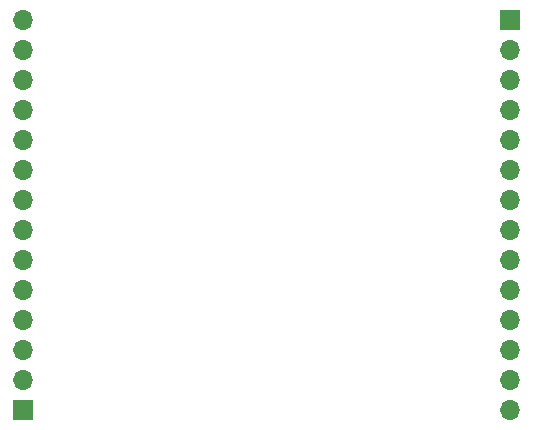
<source format=gbr>
%TF.GenerationSoftware,KiCad,Pcbnew,(5.1.9-0-10_14)*%
%TF.CreationDate,2021-07-27T12:59:24-05:00*%
%TF.ProjectId,castellated_breakout,63617374-656c-46c6-9174-65645f627265,rev?*%
%TF.SameCoordinates,Original*%
%TF.FileFunction,Copper,L2,Bot*%
%TF.FilePolarity,Positive*%
%FSLAX46Y46*%
G04 Gerber Fmt 4.6, Leading zero omitted, Abs format (unit mm)*
G04 Created by KiCad (PCBNEW (5.1.9-0-10_14)) date 2021-07-27 12:59:24*
%MOMM*%
%LPD*%
G01*
G04 APERTURE LIST*
%TA.AperFunction,ComponentPad*%
%ADD10O,1.700000X1.700000*%
%TD*%
%TA.AperFunction,ComponentPad*%
%ADD11R,1.700000X1.700000*%
%TD*%
G04 APERTURE END LIST*
D10*
%TO.P,J2,14*%
%TO.N,Net-(J2-Pad14)*%
X137795000Y-80010000D03*
%TO.P,J2,13*%
%TO.N,Net-(J2-Pad13)*%
X137795000Y-82550000D03*
%TO.P,J2,12*%
%TO.N,Net-(J2-Pad12)*%
X137795000Y-85090000D03*
%TO.P,J2,11*%
%TO.N,Net-(J2-Pad11)*%
X137795000Y-87630000D03*
%TO.P,J2,10*%
%TO.N,Net-(J2-Pad10)*%
X137795000Y-90170000D03*
%TO.P,J2,9*%
%TO.N,Net-(J2-Pad9)*%
X137795000Y-92710000D03*
%TO.P,J2,8*%
%TO.N,Net-(J2-Pad8)*%
X137795000Y-95250000D03*
%TO.P,J2,7*%
%TO.N,Net-(J2-Pad7)*%
X137795000Y-97790000D03*
%TO.P,J2,6*%
%TO.N,Net-(J2-Pad6)*%
X137795000Y-100330000D03*
%TO.P,J2,5*%
%TO.N,Net-(J2-Pad5)*%
X137795000Y-102870000D03*
%TO.P,J2,4*%
%TO.N,Net-(J2-Pad4)*%
X137795000Y-105410000D03*
%TO.P,J2,3*%
%TO.N,Net-(J2-Pad3)*%
X137795000Y-107950000D03*
%TO.P,J2,2*%
%TO.N,Net-(J2-Pad2)*%
X137795000Y-110490000D03*
D11*
%TO.P,J2,1*%
%TO.N,Net-(J2-Pad1)*%
X137795000Y-113030000D03*
%TD*%
D10*
%TO.P,J1,14*%
%TO.N,Net-(J1-Pad14)*%
X179070000Y-113030000D03*
%TO.P,J1,13*%
%TO.N,Net-(J1-Pad13)*%
X179070000Y-110490000D03*
%TO.P,J1,12*%
%TO.N,Net-(J1-Pad12)*%
X179070000Y-107950000D03*
%TO.P,J1,11*%
%TO.N,Net-(J1-Pad11)*%
X179070000Y-105410000D03*
%TO.P,J1,10*%
%TO.N,Net-(J1-Pad10)*%
X179070000Y-102870000D03*
%TO.P,J1,9*%
%TO.N,Net-(J1-Pad9)*%
X179070000Y-100330000D03*
%TO.P,J1,8*%
%TO.N,Net-(J1-Pad8)*%
X179070000Y-97790000D03*
%TO.P,J1,7*%
%TO.N,Net-(J1-Pad7)*%
X179070000Y-95250000D03*
%TO.P,J1,6*%
%TO.N,Net-(J1-Pad6)*%
X179070000Y-92710000D03*
%TO.P,J1,5*%
%TO.N,Net-(J1-Pad5)*%
X179070000Y-90170000D03*
%TO.P,J1,4*%
%TO.N,Net-(J1-Pad4)*%
X179070000Y-87630000D03*
%TO.P,J1,3*%
%TO.N,Net-(J1-Pad3)*%
X179070000Y-85090000D03*
%TO.P,J1,2*%
%TO.N,Net-(J1-Pad2)*%
X179070000Y-82550000D03*
D11*
%TO.P,J1,1*%
%TO.N,Net-(J1-Pad1)*%
X179070000Y-80010000D03*
%TD*%
M02*

</source>
